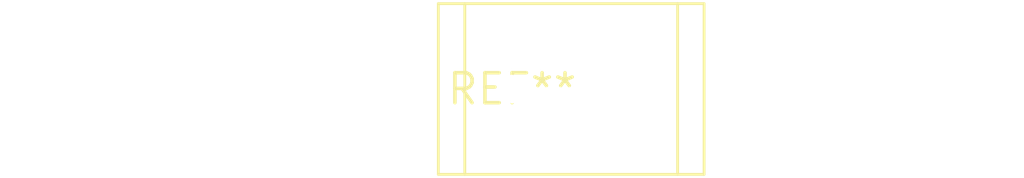
<source format=kicad_pcb>
(kicad_pcb (version 20240108) (generator pcbnew)
  (layers (0 "F.Cu" signal) (31 "B.Cu" signal) (34 "B.Paste" user) (35 "F.Paste" user) (36 "B.SilkS" user "B.Silkscreen") (37 "F.SilkS" user "F.Silkscreen") (38 "B.Mask" user) (39 "F.Mask" user) (44 "Edge.Cuts" user))
  (net 0 "")
  (footprint "R_Radial_Power_L11.0mm_W7.0mm_P5.00mm" (layer "F.Cu") (at 0 0)
    (property "Reference" "REF**")
    (property "Value" "R_Radial_Power_L11.0mm_W7.0mm_P5.00mm")
    (fp_line (start -3.12 -3.62) (end -3.12 3.62) (layer "F.SilkS") (stroke (width 0.12)))
    (fp_line (start -3.12 -3.62) (end 8.12 -3.62) (layer "F.SilkS") (stroke (width 0.12)))
    (fp_line (start -3.12 3.62) (end 8.12 3.62) (layer "F.SilkS") (stroke (width 0.12)))
    (fp_line (start -2 -3.62) (end -2 3.62) (layer "F.SilkS") (stroke (width 0.12)))
    (fp_line (start 7 -3.62) (end 7 3.62) (layer "F.SilkS") (stroke (width 0.12)))
    (fp_line (start 8.12 -3.62) (end 8.12 3.62) (layer "F.SilkS") (stroke (width 0.12)))
    (pad "1" thru_hole circle (at 0 0) (size 2.4 2.4) (drill 1.2) (layers *.Cu *.Mask) (remove_unused_layers))
    (pad "2" thru_hole circle (at 5 0) (size 2.4 2.4) (drill 1.2) (layers *.Cu *.Mask) (remove_unused_layers))
  )
)
</source>
